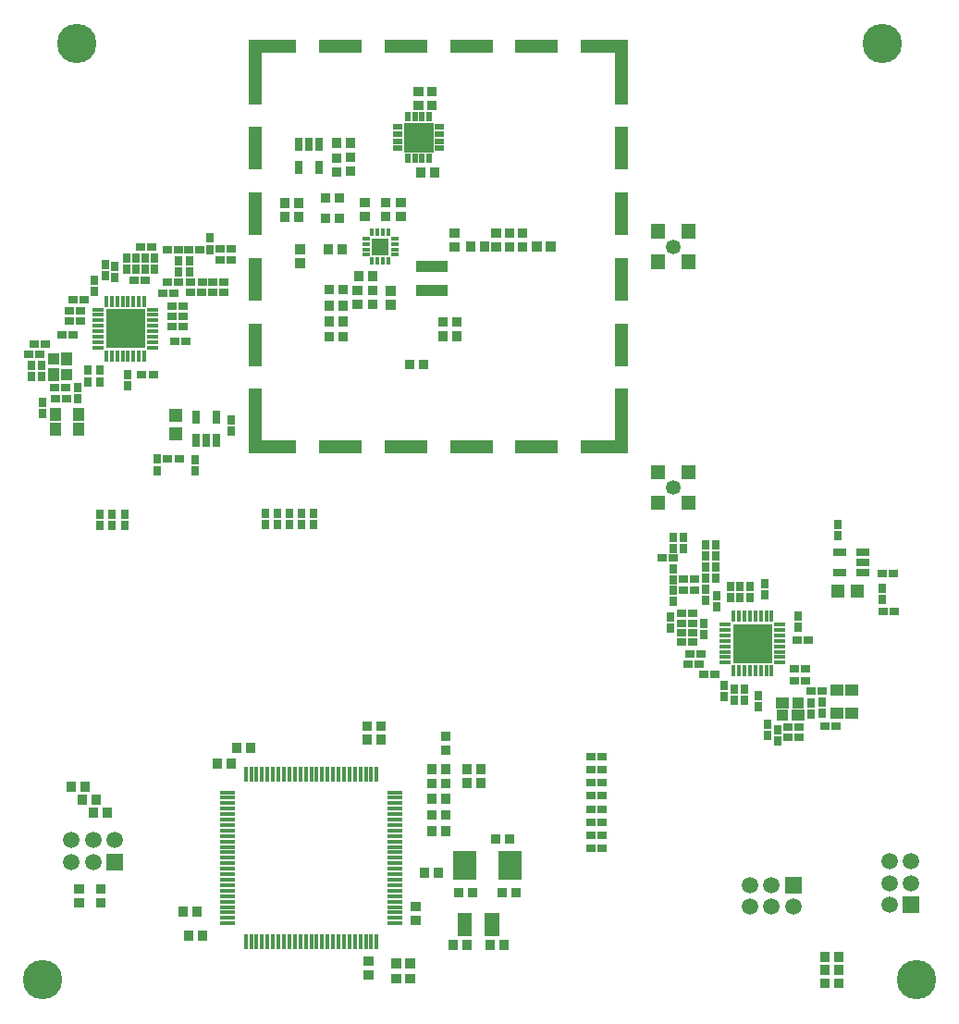
<source format=gbr>
G04 #@! TF.FileFunction,Soldermask,Top*
%FSLAX46Y46*%
G04 Gerber Fmt 4.6, Leading zero omitted, Abs format (unit mm)*
G04 Created by KiCad (PCBNEW 4.0.7) date Friday, March 09, 2018 'PMt' 08:43:15 PM*
%MOMM*%
%LPD*%
G01*
G04 APERTURE LIST*
%ADD10C,0.100000*%
%ADD11C,3.600000*%
%ADD12R,1.500000X1.500000*%
%ADD13C,1.500000*%
%ADD14R,1.300000X1.300000*%
%ADD15R,0.500000X0.920000*%
%ADD16R,0.920000X0.500000*%
%ADD17R,2.700000X2.700000*%
%ADD18R,1.400480X0.399720*%
%ADD19R,0.399720X1.400480*%
%ADD20R,1.200000X5.920000*%
%ADD21R,1.200000X4.000000*%
%ADD22R,4.000000X1.200000*%
%ADD23R,4.340000X1.200000*%
%ADD24C,1.350000*%
%ADD25R,1.087120X0.985520*%
%ADD26R,1.149960X1.048360*%
%ADD27R,0.985520X1.087120*%
%ADD28R,1.048360X1.149960*%
%ADD29R,0.420000X0.990000*%
%ADD30R,0.990000X0.420000*%
%ADD31C,0.740000*%
%ADD32R,3.650000X3.650000*%
%ADD33R,0.740000X0.380000*%
%ADD34O,0.740000X0.380000*%
%ADD35O,0.380000X0.740000*%
%ADD36R,0.380000X0.740000*%
%ADD37R,1.600000X1.600000*%
%ADD38R,0.790000X0.810000*%
%ADD39R,0.810000X0.790000*%
%ADD40R,1.000000X1.200000*%
%ADD41R,1.200000X1.000000*%
%ADD42R,1.200760X0.799440*%
%ADD43R,0.799440X1.200760*%
%ADD44R,2.900000X1.000000*%
G04 APERTURE END LIST*
D10*
D11*
X185600000Y-58000000D03*
X188750000Y-143700000D03*
X108750000Y-143700000D03*
D12*
X177500000Y-135000000D03*
D13*
X177500000Y-137000000D03*
X175500000Y-135000000D03*
X175500000Y-137000000D03*
X173500000Y-135000000D03*
X173500000Y-137000000D03*
D14*
X120972380Y-92015664D03*
X120972380Y-93745664D03*
D12*
X115400000Y-132900000D03*
D13*
X115400000Y-130900000D03*
X113400000Y-132900000D03*
X113400000Y-130900000D03*
X111400000Y-132900000D03*
X111400000Y-130900000D03*
D12*
X188277620Y-136834336D03*
D13*
X186277620Y-136834336D03*
X188277620Y-134834336D03*
X186277620Y-134834336D03*
X188277620Y-132834336D03*
X186277620Y-132834336D03*
D15*
X144150000Y-64700000D03*
X143500000Y-64700000D03*
X142850000Y-64700000D03*
X142200000Y-64700000D03*
D16*
X141275000Y-65625000D03*
X141275000Y-66275000D03*
X141275000Y-66925000D03*
X141275000Y-67575000D03*
D15*
X142200000Y-68500000D03*
X142850000Y-68500000D03*
X143500000Y-68500000D03*
X144150000Y-68500000D03*
D16*
X145075000Y-67575000D03*
X145075000Y-66925000D03*
X145075000Y-66275000D03*
X145075000Y-65625000D03*
D17*
X143175000Y-66600000D03*
D18*
X141026760Y-137026760D03*
X141026760Y-136526380D03*
X141026760Y-136026000D03*
X141026760Y-135525620D03*
X141026760Y-135025240D03*
X141026760Y-138525360D03*
X141026760Y-138024980D03*
X141026760Y-137527140D03*
X141026760Y-130526900D03*
X141026760Y-130026520D03*
X141026760Y-129526140D03*
X141026760Y-129025760D03*
X141026760Y-128525380D03*
X141026760Y-128025000D03*
X141026760Y-127524620D03*
X141026760Y-127026780D03*
D19*
X135850240Y-124850000D03*
X135349860Y-124850000D03*
X134852020Y-124850000D03*
X134351640Y-124850000D03*
X133851260Y-124850000D03*
X133350880Y-124850000D03*
X132850500Y-124850000D03*
X132350120Y-124850000D03*
X127851780Y-124850000D03*
X127351400Y-124850000D03*
D18*
X125675000Y-126526400D03*
X125675000Y-127026780D03*
X125675000Y-127524620D03*
X125675000Y-128025000D03*
X125675000Y-128525380D03*
X125675000Y-129025760D03*
X141026760Y-134524860D03*
X141026760Y-134027020D03*
X141026760Y-133526640D03*
X141026760Y-126526400D03*
D19*
X139350360Y-124850000D03*
X138849980Y-124850000D03*
X131849740Y-124850000D03*
X131351900Y-124850000D03*
X130851520Y-124850000D03*
D18*
X125675000Y-129526140D03*
X125675000Y-130026520D03*
X125675000Y-130526900D03*
X141026760Y-133026260D03*
X141026760Y-132525880D03*
X141026760Y-132025500D03*
X141026760Y-131525120D03*
X141026760Y-131024740D03*
D19*
X138352140Y-124850000D03*
X137851760Y-124850000D03*
X137351380Y-124850000D03*
X136851000Y-124850000D03*
X136350620Y-124850000D03*
X130351140Y-124850000D03*
X129850760Y-124850000D03*
X129350380Y-124850000D03*
X128850000Y-124850000D03*
X128349620Y-124850000D03*
D18*
X125675000Y-131024740D03*
X125675000Y-131525120D03*
X125675000Y-132025500D03*
X125675000Y-132525880D03*
X125675000Y-133026260D03*
X125675000Y-133526640D03*
X125675000Y-134027020D03*
X125675000Y-134524860D03*
X125675000Y-135025240D03*
X125675000Y-135525620D03*
X125675000Y-136026000D03*
X125675000Y-136526380D03*
X125675000Y-137026760D03*
X125675000Y-137527140D03*
X125675000Y-138024980D03*
X125675000Y-138525360D03*
D19*
X127351400Y-140201760D03*
X127851780Y-140201760D03*
X128349620Y-140201760D03*
X128850000Y-140201760D03*
X129350380Y-140201760D03*
X129850760Y-140201760D03*
X130351140Y-140201760D03*
X130851520Y-140201760D03*
X131351900Y-140201760D03*
X131849740Y-140201760D03*
X132350120Y-140201760D03*
X132850500Y-140201760D03*
X133350880Y-140201760D03*
X133851260Y-140201760D03*
X134351640Y-140201760D03*
X134852020Y-140201760D03*
X135349860Y-140201760D03*
X135850240Y-140201760D03*
X136350620Y-140201760D03*
X136851000Y-140201760D03*
X137351380Y-140201760D03*
X137851760Y-140201760D03*
X138352140Y-140201760D03*
X138849980Y-140201760D03*
X139350360Y-140201760D03*
D11*
X111900000Y-58000000D03*
D20*
X128260000Y-92540000D03*
D21*
X128260000Y-85590000D03*
X128260000Y-79580000D03*
X128260000Y-73590000D03*
X128260000Y-67590000D03*
X161740000Y-85590000D03*
X161740000Y-79580000D03*
X161740000Y-73590000D03*
X161740000Y-67590000D03*
D20*
X161740000Y-92540000D03*
X161740000Y-60625000D03*
X128260000Y-60625000D03*
D22*
X136000000Y-94900000D03*
X142000000Y-94900000D03*
X148000000Y-94900000D03*
X154000000Y-94900000D03*
X136000000Y-58270000D03*
X142000000Y-58270000D03*
X148000000Y-58270000D03*
X154000000Y-58270000D03*
D23*
X129830000Y-58265000D03*
X160170000Y-58265000D03*
X129830000Y-94900000D03*
X160170000Y-94900000D03*
D24*
X166494769Y-98620741D03*
D10*
G36*
X167244769Y-100670741D02*
X167244769Y-99370741D01*
X168544769Y-99370741D01*
X168544769Y-100670741D01*
X167244769Y-100670741D01*
X167244769Y-100670741D01*
G37*
G36*
X164444769Y-100670741D02*
X164444769Y-99370741D01*
X165744769Y-99370741D01*
X165744769Y-100670741D01*
X164444769Y-100670741D01*
X164444769Y-100670741D01*
G37*
G36*
X164444769Y-97870741D02*
X164444769Y-96570741D01*
X165744769Y-96570741D01*
X165744769Y-97870741D01*
X164444769Y-97870741D01*
X164444769Y-97870741D01*
G37*
G36*
X167244769Y-97870741D02*
X167244769Y-96570741D01*
X168544769Y-96570741D01*
X168544769Y-97870741D01*
X167244769Y-97870741D01*
X167244769Y-97870741D01*
G37*
D24*
X166500000Y-76580000D03*
D10*
G36*
X167250000Y-78630000D02*
X167250000Y-77330000D01*
X168550000Y-77330000D01*
X168550000Y-78630000D01*
X167250000Y-78630000D01*
X167250000Y-78630000D01*
G37*
G36*
X164450000Y-78630000D02*
X164450000Y-77330000D01*
X165750000Y-77330000D01*
X165750000Y-78630000D01*
X164450000Y-78630000D01*
X164450000Y-78630000D01*
G37*
G36*
X164450000Y-75830000D02*
X164450000Y-74530000D01*
X165750000Y-74530000D01*
X165750000Y-75830000D01*
X164450000Y-75830000D01*
X164450000Y-75830000D01*
G37*
G36*
X167250000Y-75830000D02*
X167250000Y-74530000D01*
X168550000Y-74530000D01*
X168550000Y-75830000D01*
X167250000Y-75830000D01*
X167250000Y-75830000D01*
G37*
D25*
X177943592Y-118334488D03*
X176495792Y-119477488D03*
D26*
X176495792Y-118334488D03*
X177943592Y-119477488D03*
D27*
X110915380Y-88315664D03*
X109772380Y-86867864D03*
D28*
X110915380Y-86867864D03*
X109772380Y-88315664D03*
D29*
X114584760Y-86581328D03*
X115084760Y-86581328D03*
X115584760Y-86581328D03*
X116084760Y-86581328D03*
X116584760Y-86581328D03*
X117084760Y-86581328D03*
X117584760Y-86581328D03*
X118084760Y-86581328D03*
D30*
X118834760Y-85831328D03*
X118834760Y-85331328D03*
X118834760Y-84831328D03*
X118834760Y-84331328D03*
X118834760Y-83831328D03*
X118834760Y-83331328D03*
X118834760Y-82831328D03*
X118834760Y-82331328D03*
D29*
X118084760Y-81581328D03*
X117584760Y-81581328D03*
X117084760Y-81581328D03*
X116584760Y-81581328D03*
X116084760Y-81581328D03*
X115584760Y-81581328D03*
X115084760Y-81581328D03*
X114584760Y-81581328D03*
D30*
X113834760Y-82331328D03*
X113834760Y-82831328D03*
X113834760Y-83331328D03*
X113834760Y-83831328D03*
X113834760Y-84331328D03*
X113834760Y-84831328D03*
X113834760Y-85331328D03*
X113834760Y-85831328D03*
D31*
X115234760Y-85181328D03*
X116334760Y-85181328D03*
X117434760Y-85181328D03*
X115234760Y-84081328D03*
X116334760Y-84081328D03*
X117434760Y-84081328D03*
X115234760Y-82981328D03*
X116334760Y-82981328D03*
X117434760Y-82981328D03*
D32*
X116334760Y-84081328D03*
D30*
X176259692Y-114655988D03*
X176259692Y-114155988D03*
X176259692Y-113655988D03*
X176259692Y-113155988D03*
X176259692Y-112655988D03*
X176259692Y-112155988D03*
X176259692Y-111655988D03*
X176259692Y-111155988D03*
D29*
X175509692Y-110405988D03*
X175009692Y-110405988D03*
X174509692Y-110405988D03*
X174009692Y-110405988D03*
X173509692Y-110405988D03*
X173009692Y-110405988D03*
X172509692Y-110405988D03*
X172009692Y-110405988D03*
D30*
X171259692Y-111155988D03*
X171259692Y-111655988D03*
X171259692Y-112155988D03*
X171259692Y-112655988D03*
X171259692Y-113155988D03*
X171259692Y-113655988D03*
X171259692Y-114155988D03*
X171259692Y-114655988D03*
D29*
X172009692Y-115405988D03*
X172509692Y-115405988D03*
X173009692Y-115405988D03*
X173509692Y-115405988D03*
X174009692Y-115405988D03*
X174509692Y-115405988D03*
X175009692Y-115405988D03*
X175509692Y-115405988D03*
D31*
X174859692Y-114005988D03*
X174859692Y-112905988D03*
X174859692Y-111805988D03*
X173759692Y-114005988D03*
X173759692Y-112905988D03*
X173759692Y-111805988D03*
X172659692Y-114005988D03*
X172659692Y-112905988D03*
X172659692Y-111805988D03*
D32*
X173759692Y-112905988D03*
D33*
X138372380Y-76331328D03*
D34*
X138372380Y-75831328D03*
D33*
X138372380Y-76831328D03*
D34*
X138372380Y-77331328D03*
D35*
X138922380Y-77881328D03*
D36*
X139422380Y-77881328D03*
X139922380Y-77881328D03*
D35*
X140422380Y-77881328D03*
D34*
X140972380Y-77331328D03*
D33*
X140972380Y-76831328D03*
X140972380Y-76331328D03*
D34*
X140972380Y-75831328D03*
D35*
X140422380Y-75281328D03*
D36*
X139922380Y-75281328D03*
X139422380Y-75281328D03*
D35*
X138922380Y-75281328D03*
D37*
X139672380Y-76581328D03*
D38*
X180134690Y-119260340D03*
X180134690Y-118240340D03*
D39*
X185639692Y-106505988D03*
X186659692Y-106505988D03*
X177559692Y-115255988D03*
X178579692Y-115255988D03*
X177874769Y-112610741D03*
X178894769Y-112610741D03*
D38*
X177909692Y-111425988D03*
X177909692Y-110405988D03*
X181534690Y-103060340D03*
X181534690Y-102040340D03*
D39*
X179114690Y-117280988D03*
X180134690Y-117280988D03*
D38*
X179109692Y-119375988D03*
X179109692Y-118355988D03*
D39*
X178049692Y-120575988D03*
X177029692Y-120575988D03*
D38*
X175109692Y-121335988D03*
X175109692Y-120315988D03*
D39*
X185684692Y-110005988D03*
X186704692Y-110005988D03*
X178049692Y-121485988D03*
X177029692Y-121485988D03*
D38*
X174859692Y-108425988D03*
X174859692Y-107405988D03*
X174259692Y-118705988D03*
X174259692Y-117685988D03*
X173484692Y-108680988D03*
X173484692Y-107660988D03*
X172999692Y-118075988D03*
X172999692Y-117055988D03*
D39*
X169309692Y-115755988D03*
X170329692Y-115755988D03*
D38*
X172089692Y-118075988D03*
X172089692Y-117055988D03*
X171709692Y-108680988D03*
X171709692Y-107660988D03*
X171184692Y-117775988D03*
X171184692Y-116755988D03*
D39*
X167819692Y-114795988D03*
X168839692Y-114795988D03*
X168039692Y-113855988D03*
X169059692Y-113855988D03*
D38*
X169459692Y-104875988D03*
X169459692Y-103855988D03*
X169434690Y-107920340D03*
X169434690Y-108940340D03*
X169459692Y-106930988D03*
X169459692Y-105910988D03*
X170384692Y-104905988D03*
X170384692Y-103885988D03*
D39*
X167414690Y-107040340D03*
X168434690Y-107040340D03*
X167284692Y-112805988D03*
X168304692Y-112805988D03*
X167284692Y-111055988D03*
X168304692Y-111055988D03*
D38*
X166459692Y-109055988D03*
X166459692Y-108035988D03*
D39*
X166484692Y-105055988D03*
X165464692Y-105055988D03*
D38*
X167459692Y-103180988D03*
X167459692Y-104200988D03*
D39*
X109972380Y-90481328D03*
X110992380Y-90481328D03*
D38*
X122747380Y-96045664D03*
X122747380Y-97065664D03*
X114022380Y-87915664D03*
X114022380Y-88935664D03*
X116584760Y-88281328D03*
X116584760Y-89301328D03*
D39*
X117852380Y-88315664D03*
X118872380Y-88315664D03*
D38*
X126000000Y-92480000D03*
X126000000Y-93500000D03*
X111972380Y-89515664D03*
X111972380Y-90535664D03*
D39*
X109872380Y-89515664D03*
X110892380Y-89515664D03*
D38*
X108672380Y-88435664D03*
X108672380Y-87415664D03*
D39*
X107984760Y-85481328D03*
X109004760Y-85481328D03*
D38*
X119247380Y-96040664D03*
X119247380Y-97060664D03*
X107722380Y-88435664D03*
X107722380Y-87415664D03*
D39*
X120872380Y-85215664D03*
X121892380Y-85215664D03*
X110552380Y-84615664D03*
X111572380Y-84615664D03*
X120584760Y-83881328D03*
X121604760Y-83881328D03*
X111172380Y-83365664D03*
X112192380Y-83365664D03*
D38*
X113472380Y-79681328D03*
X113472380Y-80701328D03*
D39*
X111202380Y-82465664D03*
X112222380Y-82465664D03*
X120572380Y-82065664D03*
X121592380Y-82065664D03*
X111584760Y-81481328D03*
X112604760Y-81481328D03*
D38*
X114472380Y-78195664D03*
X114472380Y-79215664D03*
X115372380Y-78415664D03*
X115372380Y-79435664D03*
D39*
X124342380Y-79855664D03*
X125362380Y-79855664D03*
X121212380Y-79815664D03*
X120192380Y-79815664D03*
X122342380Y-79815664D03*
X123362380Y-79815664D03*
X124342380Y-80745664D03*
X125362380Y-80745664D03*
D38*
X122232380Y-77855664D03*
X122232380Y-78875664D03*
X116452380Y-77635664D03*
X116452380Y-78655664D03*
X118172380Y-77635664D03*
X118172380Y-78655664D03*
D39*
X120142380Y-76835664D03*
X121162380Y-76835664D03*
D38*
X124062380Y-76825664D03*
X124062380Y-75805664D03*
D39*
X126012380Y-77765664D03*
X124992380Y-77765664D03*
D38*
X185634692Y-108905988D03*
X185634692Y-107885988D03*
X170434690Y-109560340D03*
X170434690Y-108540340D03*
X169279692Y-112065988D03*
X169279692Y-111045988D03*
D39*
X167414690Y-108040340D03*
X168434690Y-108040340D03*
X167289692Y-111955988D03*
X168309692Y-111955988D03*
X167284692Y-110155988D03*
X168304692Y-110155988D03*
D38*
X166484692Y-106055988D03*
X166484692Y-107075988D03*
X166234690Y-111460340D03*
X166234690Y-110440340D03*
X166484692Y-103180988D03*
X166484692Y-104200988D03*
D39*
X120222380Y-96015664D03*
X121242380Y-96015664D03*
X119782380Y-80825664D03*
X120802380Y-80825664D03*
X117172380Y-79655664D03*
X118192380Y-79655664D03*
D38*
X121184760Y-77861328D03*
X121184760Y-78881328D03*
X117302380Y-77635664D03*
X117302380Y-78655664D03*
X119032380Y-77645664D03*
X119032380Y-78665664D03*
D39*
X123142380Y-76835664D03*
X122122380Y-76835664D03*
X117752380Y-76635664D03*
X118772380Y-76635664D03*
X125992380Y-76815664D03*
X124972380Y-76815664D03*
X180389692Y-120505988D03*
X181409692Y-120505988D03*
D38*
X176089692Y-121815988D03*
X176089692Y-120795988D03*
D39*
X178579692Y-116305988D03*
X177559692Y-116305988D03*
D38*
X172609692Y-108680988D03*
X172609692Y-107660988D03*
X170409692Y-106930988D03*
X170409692Y-105910988D03*
X108772380Y-90795664D03*
X108772380Y-91815664D03*
D39*
X107452380Y-86465664D03*
X108472380Y-86465664D03*
D38*
X112872380Y-88935664D03*
X112872380Y-87915664D03*
D39*
X120584760Y-82981328D03*
X121604760Y-82981328D03*
X122322380Y-80775664D03*
X123342380Y-80775664D03*
X158919259Y-124454769D03*
X159939259Y-124454769D03*
X158919259Y-125654769D03*
X159939259Y-125654769D03*
X158919259Y-126854769D03*
X159939259Y-126854769D03*
X158919259Y-128054769D03*
X159939259Y-128054769D03*
X158919259Y-129254769D03*
X159939259Y-129254769D03*
X158919259Y-130454769D03*
X159939259Y-130454769D03*
X158919259Y-131654769D03*
X159939259Y-131654769D03*
D38*
X113972380Y-102125664D03*
X113972380Y-101105664D03*
X115117380Y-102125664D03*
X115117380Y-101105664D03*
X116262380Y-102125664D03*
X116262380Y-101105664D03*
X129162380Y-102000000D03*
X129162380Y-100980000D03*
X130252380Y-102000000D03*
X130252380Y-100980000D03*
X131342380Y-102000000D03*
X131342380Y-100980000D03*
X132432380Y-102000000D03*
X132432380Y-100980000D03*
X133522380Y-102000000D03*
X133522380Y-100980000D03*
D39*
X158919259Y-123254769D03*
X159939259Y-123254769D03*
D10*
G36*
X135257380Y-67545664D02*
X135257380Y-66645664D01*
X136107380Y-66645664D01*
X136107380Y-67545664D01*
X135257380Y-67545664D01*
X135257380Y-67545664D01*
G37*
G36*
X136527380Y-67545664D02*
X136527380Y-66645664D01*
X137377380Y-66645664D01*
X137377380Y-67545664D01*
X136527380Y-67545664D01*
X136527380Y-67545664D01*
G37*
G36*
X134259760Y-74431328D02*
X134259760Y-73531328D01*
X135109760Y-73531328D01*
X135109760Y-74431328D01*
X134259760Y-74431328D01*
X134259760Y-74431328D01*
G37*
G36*
X135529760Y-74431328D02*
X135529760Y-73531328D01*
X136379760Y-73531328D01*
X136379760Y-74431328D01*
X135529760Y-74431328D01*
X135529760Y-74431328D01*
G37*
G36*
X131902380Y-76400664D02*
X132802380Y-76400664D01*
X132802380Y-77250664D01*
X131902380Y-77250664D01*
X131902380Y-76400664D01*
X131902380Y-76400664D01*
G37*
G36*
X131902380Y-77670664D02*
X132802380Y-77670664D01*
X132802380Y-78520664D01*
X131902380Y-78520664D01*
X131902380Y-77670664D01*
X131902380Y-77670664D01*
G37*
G36*
X134577380Y-80965664D02*
X134577380Y-80065664D01*
X135427380Y-80065664D01*
X135427380Y-80965664D01*
X134577380Y-80965664D01*
X134577380Y-80965664D01*
G37*
G36*
X135847380Y-80965664D02*
X135847380Y-80065664D01*
X136697380Y-80065664D01*
X136697380Y-80965664D01*
X135847380Y-80965664D01*
X135847380Y-80965664D01*
G37*
G36*
X143934760Y-61956328D02*
X144834760Y-61956328D01*
X144834760Y-62806328D01*
X143934760Y-62806328D01*
X143934760Y-61956328D01*
X143934760Y-61956328D01*
G37*
G36*
X143934760Y-63226328D02*
X144834760Y-63226328D01*
X144834760Y-64076328D01*
X143934760Y-64076328D01*
X143934760Y-63226328D01*
X143934760Y-63226328D01*
G37*
G36*
X142734760Y-61956328D02*
X143634760Y-61956328D01*
X143634760Y-62806328D01*
X142734760Y-62806328D01*
X142734760Y-61956328D01*
X142734760Y-61956328D01*
G37*
G36*
X142734760Y-63226328D02*
X143634760Y-63226328D01*
X143634760Y-64076328D01*
X142734760Y-64076328D01*
X142734760Y-63226328D01*
X142734760Y-63226328D01*
G37*
G36*
X179975000Y-143250000D02*
X179975000Y-142350000D01*
X180825000Y-142350000D01*
X180825000Y-143250000D01*
X179975000Y-143250000D01*
X179975000Y-143250000D01*
G37*
G36*
X181245000Y-143250000D02*
X181245000Y-142350000D01*
X182095000Y-142350000D01*
X182095000Y-143250000D01*
X181245000Y-143250000D01*
X181245000Y-143250000D01*
G37*
G36*
X182095000Y-141150000D02*
X182095000Y-142050000D01*
X181245000Y-142050000D01*
X181245000Y-141150000D01*
X182095000Y-141150000D01*
X182095000Y-141150000D01*
G37*
G36*
X180825000Y-141150000D02*
X180825000Y-142050000D01*
X179975000Y-142050000D01*
X179975000Y-141150000D01*
X180825000Y-141150000D01*
X180825000Y-141150000D01*
G37*
G36*
X182095000Y-143550000D02*
X182095000Y-144450000D01*
X181245000Y-144450000D01*
X181245000Y-143550000D01*
X182095000Y-143550000D01*
X182095000Y-143550000D01*
G37*
G36*
X180825000Y-143550000D02*
X180825000Y-144450000D01*
X179975000Y-144450000D01*
X179975000Y-143550000D01*
X180825000Y-143550000D01*
X180825000Y-143550000D01*
G37*
G36*
X113095000Y-125550000D02*
X113095000Y-126450000D01*
X112245000Y-126450000D01*
X112245000Y-125550000D01*
X113095000Y-125550000D01*
X113095000Y-125550000D01*
G37*
G36*
X111825000Y-125550000D02*
X111825000Y-126450000D01*
X110975000Y-126450000D01*
X110975000Y-125550000D01*
X111825000Y-125550000D01*
X111825000Y-125550000D01*
G37*
G36*
X115095000Y-127950000D02*
X115095000Y-128850000D01*
X114245000Y-128850000D01*
X114245000Y-127950000D01*
X115095000Y-127950000D01*
X115095000Y-127950000D01*
G37*
G36*
X113825000Y-127950000D02*
X113825000Y-128850000D01*
X112975000Y-128850000D01*
X112975000Y-127950000D01*
X113825000Y-127950000D01*
X113825000Y-127950000D01*
G37*
G36*
X114550000Y-137095000D02*
X113650000Y-137095000D01*
X113650000Y-136245000D01*
X114550000Y-136245000D01*
X114550000Y-137095000D01*
X114550000Y-137095000D01*
G37*
G36*
X114550000Y-135825000D02*
X113650000Y-135825000D01*
X113650000Y-134975000D01*
X114550000Y-134975000D01*
X114550000Y-135825000D01*
X114550000Y-135825000D01*
G37*
G36*
X111975000Y-127650000D02*
X111975000Y-126750000D01*
X112825000Y-126750000D01*
X112825000Y-127650000D01*
X111975000Y-127650000D01*
X111975000Y-127650000D01*
G37*
G36*
X113245000Y-127650000D02*
X113245000Y-126750000D01*
X114095000Y-126750000D01*
X114095000Y-127650000D01*
X113245000Y-127650000D01*
X113245000Y-127650000D01*
G37*
G36*
X111650000Y-134975000D02*
X112550000Y-134975000D01*
X112550000Y-135825000D01*
X111650000Y-135825000D01*
X111650000Y-134975000D01*
X111650000Y-134975000D01*
G37*
G36*
X111650000Y-136245000D02*
X112550000Y-136245000D01*
X112550000Y-137095000D01*
X111650000Y-137095000D01*
X111650000Y-136245000D01*
X111650000Y-136245000D01*
G37*
G36*
X138170000Y-141585000D02*
X139070000Y-141585000D01*
X139070000Y-142435000D01*
X138170000Y-142435000D01*
X138170000Y-141585000D01*
X138170000Y-141585000D01*
G37*
G36*
X138170000Y-142855000D02*
X139070000Y-142855000D01*
X139070000Y-143705000D01*
X138170000Y-143705000D01*
X138170000Y-142855000D01*
X138170000Y-142855000D01*
G37*
G36*
X143975000Y-124850000D02*
X143975000Y-123950000D01*
X144825000Y-123950000D01*
X144825000Y-124850000D01*
X143975000Y-124850000D01*
X143975000Y-124850000D01*
G37*
G36*
X145245000Y-124850000D02*
X145245000Y-123950000D01*
X146095000Y-123950000D01*
X146095000Y-124850000D01*
X145245000Y-124850000D01*
X145245000Y-124850000D01*
G37*
G36*
X149805000Y-131253015D02*
X149805000Y-130353015D01*
X150655000Y-130353015D01*
X150655000Y-131253015D01*
X149805000Y-131253015D01*
X149805000Y-131253015D01*
G37*
G36*
X151075000Y-131253015D02*
X151075000Y-130353015D01*
X151925000Y-130353015D01*
X151925000Y-131253015D01*
X151075000Y-131253015D01*
X151075000Y-131253015D01*
G37*
G36*
X143975000Y-130550000D02*
X143975000Y-129650000D01*
X144825000Y-129650000D01*
X144825000Y-130550000D01*
X143975000Y-130550000D01*
X143975000Y-130550000D01*
G37*
G36*
X145245000Y-130550000D02*
X145245000Y-129650000D01*
X146095000Y-129650000D01*
X146095000Y-130550000D01*
X145245000Y-130550000D01*
X145245000Y-130550000D01*
G37*
G36*
X149609760Y-76131328D02*
X149609760Y-77031328D01*
X148759760Y-77031328D01*
X148759760Y-76131328D01*
X149609760Y-76131328D01*
X149609760Y-76131328D01*
G37*
G36*
X148339760Y-76131328D02*
X148339760Y-77031328D01*
X147489760Y-77031328D01*
X147489760Y-76131328D01*
X148339760Y-76131328D01*
X148339760Y-76131328D01*
G37*
G36*
X139377380Y-78855664D02*
X139377380Y-79755664D01*
X138527380Y-79755664D01*
X138527380Y-78855664D01*
X139377380Y-78855664D01*
X139377380Y-78855664D01*
G37*
G36*
X138107380Y-78855664D02*
X138107380Y-79755664D01*
X137257380Y-79755664D01*
X137257380Y-78855664D01*
X138107380Y-78855664D01*
X138107380Y-78855664D01*
G37*
G36*
X146130000Y-123135000D02*
X145230000Y-123135000D01*
X145230000Y-122285000D01*
X146130000Y-122285000D01*
X146130000Y-123135000D01*
X146130000Y-123135000D01*
G37*
G36*
X146130000Y-121865000D02*
X145230000Y-121865000D01*
X145230000Y-121015000D01*
X146130000Y-121015000D01*
X146130000Y-121865000D01*
X146130000Y-121865000D01*
G37*
G36*
X155705000Y-76131328D02*
X155705000Y-77031328D01*
X154855000Y-77031328D01*
X154855000Y-76131328D01*
X155705000Y-76131328D01*
X155705000Y-76131328D01*
G37*
G36*
X154435000Y-76131328D02*
X154435000Y-77031328D01*
X153585000Y-77031328D01*
X153585000Y-76131328D01*
X154435000Y-76131328D01*
X154435000Y-76131328D01*
G37*
G36*
X153150000Y-77005000D02*
X152250000Y-77005000D01*
X152250000Y-76155000D01*
X153150000Y-76155000D01*
X153150000Y-77005000D01*
X153150000Y-77005000D01*
G37*
G36*
X153150000Y-75735000D02*
X152250000Y-75735000D01*
X152250000Y-74885000D01*
X153150000Y-74885000D01*
X153150000Y-75735000D01*
X153150000Y-75735000D01*
G37*
G36*
X150750000Y-77006328D02*
X149850000Y-77006328D01*
X149850000Y-76156328D01*
X150750000Y-76156328D01*
X150750000Y-77006328D01*
X150750000Y-77006328D01*
G37*
G36*
X150750000Y-75736328D02*
X149850000Y-75736328D01*
X149850000Y-74886328D01*
X150750000Y-74886328D01*
X150750000Y-75736328D01*
X150750000Y-75736328D01*
G37*
G36*
X151050000Y-74886328D02*
X151950000Y-74886328D01*
X151950000Y-75736328D01*
X151050000Y-75736328D01*
X151050000Y-74886328D01*
X151050000Y-74886328D01*
G37*
G36*
X151050000Y-76156328D02*
X151950000Y-76156328D01*
X151950000Y-77006328D01*
X151050000Y-77006328D01*
X151050000Y-76156328D01*
X151050000Y-76156328D01*
G37*
G36*
X146034760Y-74885000D02*
X146934760Y-74885000D01*
X146934760Y-75735000D01*
X146034760Y-75735000D01*
X146034760Y-74885000D01*
X146034760Y-74885000D01*
G37*
G36*
X146034760Y-76155000D02*
X146934760Y-76155000D01*
X146934760Y-77005000D01*
X146034760Y-77005000D01*
X146034760Y-76155000D01*
X146034760Y-76155000D01*
G37*
G36*
X141907380Y-87815664D02*
X141907380Y-86915664D01*
X142757380Y-86915664D01*
X142757380Y-87815664D01*
X141907380Y-87815664D01*
X141907380Y-87815664D01*
G37*
G36*
X143177380Y-87815664D02*
X143177380Y-86915664D01*
X144027380Y-86915664D01*
X144027380Y-87815664D01*
X143177380Y-87815664D01*
X143177380Y-87815664D01*
G37*
G36*
X144959760Y-85231328D02*
X144959760Y-84331328D01*
X145809760Y-84331328D01*
X145809760Y-85231328D01*
X144959760Y-85231328D01*
X144959760Y-85231328D01*
G37*
G36*
X146229760Y-85231328D02*
X146229760Y-84331328D01*
X147079760Y-84331328D01*
X147079760Y-85231328D01*
X146229760Y-85231328D01*
X146229760Y-85231328D01*
G37*
G36*
X144959760Y-83931328D02*
X144959760Y-83031328D01*
X145809760Y-83031328D01*
X145809760Y-83931328D01*
X144959760Y-83931328D01*
X144959760Y-83931328D01*
G37*
G36*
X146229760Y-83931328D02*
X146229760Y-83031328D01*
X147079760Y-83031328D01*
X147079760Y-83931328D01*
X146229760Y-83931328D01*
X146229760Y-83931328D01*
G37*
G36*
X142034760Y-74206328D02*
X141134760Y-74206328D01*
X141134760Y-73356328D01*
X142034760Y-73356328D01*
X142034760Y-74206328D01*
X142034760Y-74206328D01*
G37*
G36*
X142034760Y-72936328D02*
X141134760Y-72936328D01*
X141134760Y-72086328D01*
X142034760Y-72086328D01*
X142034760Y-72936328D01*
X142034760Y-72936328D01*
G37*
G36*
X140622380Y-74206328D02*
X139722380Y-74206328D01*
X139722380Y-73356328D01*
X140622380Y-73356328D01*
X140622380Y-74206328D01*
X140622380Y-74206328D01*
G37*
G36*
X140622380Y-72936328D02*
X139722380Y-72936328D01*
X139722380Y-72086328D01*
X140622380Y-72086328D01*
X140622380Y-72936328D01*
X140622380Y-72936328D01*
G37*
G36*
X140202380Y-80210664D02*
X141102380Y-80210664D01*
X141102380Y-81060664D01*
X140202380Y-81060664D01*
X140202380Y-80210664D01*
X140202380Y-80210664D01*
G37*
G36*
X140202380Y-81480664D02*
X141102380Y-81480664D01*
X141102380Y-82330664D01*
X140202380Y-82330664D01*
X140202380Y-81480664D01*
X140202380Y-81480664D01*
G37*
G36*
X136500000Y-68015000D02*
X137400000Y-68015000D01*
X137400000Y-68865000D01*
X136500000Y-68865000D01*
X136500000Y-68015000D01*
X136500000Y-68015000D01*
G37*
G36*
X136500000Y-69285000D02*
X137400000Y-69285000D01*
X137400000Y-70135000D01*
X136500000Y-70135000D01*
X136500000Y-69285000D01*
X136500000Y-69285000D01*
G37*
G36*
X138722380Y-74206328D02*
X137822380Y-74206328D01*
X137822380Y-73356328D01*
X138722380Y-73356328D01*
X138722380Y-74206328D01*
X138722380Y-74206328D01*
G37*
G36*
X138722380Y-72936328D02*
X137822380Y-72936328D01*
X137822380Y-72086328D01*
X138722380Y-72086328D01*
X138722380Y-72936328D01*
X138722380Y-72936328D01*
G37*
G36*
X138522380Y-80190664D02*
X139422380Y-80190664D01*
X139422380Y-81040664D01*
X138522380Y-81040664D01*
X138522380Y-80190664D01*
X138522380Y-80190664D01*
G37*
G36*
X138522380Y-81460664D02*
X139422380Y-81460664D01*
X139422380Y-82310664D01*
X138522380Y-82310664D01*
X138522380Y-81460664D01*
X138522380Y-81460664D01*
G37*
G36*
X136134760Y-70140664D02*
X135234760Y-70140664D01*
X135234760Y-69290664D01*
X136134760Y-69290664D01*
X136134760Y-70140664D01*
X136134760Y-70140664D01*
G37*
G36*
X136134760Y-68870664D02*
X135234760Y-68870664D01*
X135234760Y-68020664D01*
X136134760Y-68020664D01*
X136134760Y-68870664D01*
X136134760Y-68870664D01*
G37*
G36*
X136597380Y-76375664D02*
X136597380Y-77275664D01*
X135747380Y-77275664D01*
X135747380Y-76375664D01*
X136597380Y-76375664D01*
X136597380Y-76375664D01*
G37*
G36*
X135327380Y-76375664D02*
X135327380Y-77275664D01*
X134477380Y-77275664D01*
X134477380Y-76375664D01*
X135327380Y-76375664D01*
X135327380Y-76375664D01*
G37*
G36*
X137134760Y-80186328D02*
X138034760Y-80186328D01*
X138034760Y-81036328D01*
X137134760Y-81036328D01*
X137134760Y-80186328D01*
X137134760Y-80186328D01*
G37*
G36*
X137134760Y-81456328D02*
X138034760Y-81456328D01*
X138034760Y-82306328D01*
X137134760Y-82306328D01*
X137134760Y-81456328D01*
X137134760Y-81456328D01*
G37*
G36*
X134247380Y-72565664D02*
X134247380Y-71665664D01*
X135097380Y-71665664D01*
X135097380Y-72565664D01*
X134247380Y-72565664D01*
X134247380Y-72565664D01*
G37*
G36*
X135517380Y-72565664D02*
X135517380Y-71665664D01*
X136367380Y-71665664D01*
X136367380Y-72565664D01*
X135517380Y-72565664D01*
X135517380Y-72565664D01*
G37*
G36*
X132609760Y-72131328D02*
X132609760Y-73031328D01*
X131759760Y-73031328D01*
X131759760Y-72131328D01*
X132609760Y-72131328D01*
X132609760Y-72131328D01*
G37*
G36*
X131339760Y-72131328D02*
X131339760Y-73031328D01*
X130489760Y-73031328D01*
X130489760Y-72131328D01*
X131339760Y-72131328D01*
X131339760Y-72131328D01*
G37*
G36*
X134573044Y-82465664D02*
X134573044Y-81565664D01*
X135423044Y-81565664D01*
X135423044Y-82465664D01*
X134573044Y-82465664D01*
X134573044Y-82465664D01*
G37*
G36*
X135843044Y-82465664D02*
X135843044Y-81565664D01*
X136693044Y-81565664D01*
X136693044Y-82465664D01*
X135843044Y-82465664D01*
X135843044Y-82465664D01*
G37*
G36*
X132607380Y-73425664D02*
X132607380Y-74325664D01*
X131757380Y-74325664D01*
X131757380Y-73425664D01*
X132607380Y-73425664D01*
X132607380Y-73425664D01*
G37*
G36*
X131337380Y-73425664D02*
X131337380Y-74325664D01*
X130487380Y-74325664D01*
X130487380Y-73425664D01*
X131337380Y-73425664D01*
X131337380Y-73425664D01*
G37*
G36*
X134573044Y-83865664D02*
X134573044Y-82965664D01*
X135423044Y-82965664D01*
X135423044Y-83865664D01*
X134573044Y-83865664D01*
X134573044Y-83865664D01*
G37*
G36*
X135843044Y-83865664D02*
X135843044Y-82965664D01*
X136693044Y-82965664D01*
X136693044Y-83865664D01*
X135843044Y-83865664D01*
X135843044Y-83865664D01*
G37*
G36*
X134573044Y-85265664D02*
X134573044Y-84365664D01*
X135423044Y-84365664D01*
X135423044Y-85265664D01*
X134573044Y-85265664D01*
X134573044Y-85265664D01*
G37*
G36*
X135843044Y-85265664D02*
X135843044Y-84365664D01*
X136693044Y-84365664D01*
X136693044Y-85265664D01*
X135843044Y-85265664D01*
X135843044Y-85265664D01*
G37*
G36*
X145109760Y-69331328D02*
X145109760Y-70231328D01*
X144259760Y-70231328D01*
X144259760Y-69331328D01*
X145109760Y-69331328D01*
X145109760Y-69331328D01*
G37*
G36*
X143839760Y-69331328D02*
X143839760Y-70231328D01*
X142989760Y-70231328D01*
X142989760Y-69331328D01*
X143839760Y-69331328D01*
X143839760Y-69331328D01*
G37*
G36*
X149275000Y-140950000D02*
X149275000Y-140050000D01*
X150125000Y-140050000D01*
X150125000Y-140950000D01*
X149275000Y-140950000D01*
X149275000Y-140950000D01*
G37*
G36*
X150545000Y-140950000D02*
X150545000Y-140050000D01*
X151395000Y-140050000D01*
X151395000Y-140950000D01*
X150545000Y-140950000D01*
X150545000Y-140950000D01*
G37*
G36*
X148025000Y-140050000D02*
X148025000Y-140950000D01*
X147175000Y-140950000D01*
X147175000Y-140050000D01*
X148025000Y-140050000D01*
X148025000Y-140050000D01*
G37*
G36*
X146755000Y-140050000D02*
X146755000Y-140950000D01*
X145905000Y-140950000D01*
X145905000Y-140050000D01*
X146755000Y-140050000D01*
X146755000Y-140050000D01*
G37*
G36*
X142450000Y-136575000D02*
X143350000Y-136575000D01*
X143350000Y-137425000D01*
X142450000Y-137425000D01*
X142450000Y-136575000D01*
X142450000Y-136575000D01*
G37*
G36*
X142450000Y-137845000D02*
X143350000Y-137845000D01*
X143350000Y-138695000D01*
X142450000Y-138695000D01*
X142450000Y-137845000D01*
X142450000Y-137845000D01*
G37*
G36*
X140715000Y-142640000D02*
X140715000Y-141740000D01*
X141565000Y-141740000D01*
X141565000Y-142640000D01*
X140715000Y-142640000D01*
X140715000Y-142640000D01*
G37*
G36*
X141985000Y-142640000D02*
X141985000Y-141740000D01*
X142835000Y-141740000D01*
X142835000Y-142640000D01*
X141985000Y-142640000D01*
X141985000Y-142640000D01*
G37*
G36*
X123825000Y-139200000D02*
X123825000Y-140100000D01*
X122975000Y-140100000D01*
X122975000Y-139200000D01*
X123825000Y-139200000D01*
X123825000Y-139200000D01*
G37*
G36*
X122555000Y-139200000D02*
X122555000Y-140100000D01*
X121705000Y-140100000D01*
X121705000Y-139200000D01*
X122555000Y-139200000D01*
X122555000Y-139200000D01*
G37*
G36*
X126425000Y-123450000D02*
X126425000Y-124350000D01*
X125575000Y-124350000D01*
X125575000Y-123450000D01*
X126425000Y-123450000D01*
X126425000Y-123450000D01*
G37*
G36*
X125155000Y-123450000D02*
X125155000Y-124350000D01*
X124305000Y-124350000D01*
X124305000Y-123450000D01*
X125155000Y-123450000D01*
X125155000Y-123450000D01*
G37*
G36*
X138025000Y-122170000D02*
X138025000Y-121270000D01*
X138875000Y-121270000D01*
X138875000Y-122170000D01*
X138025000Y-122170000D01*
X138025000Y-122170000D01*
G37*
G36*
X139295000Y-122170000D02*
X139295000Y-121270000D01*
X140145000Y-121270000D01*
X140145000Y-122170000D01*
X139295000Y-122170000D01*
X139295000Y-122170000D01*
G37*
G36*
X138025000Y-120920000D02*
X138025000Y-120020000D01*
X138875000Y-120020000D01*
X138875000Y-120920000D01*
X138025000Y-120920000D01*
X138025000Y-120920000D01*
G37*
G36*
X139295000Y-120920000D02*
X139295000Y-120020000D01*
X140145000Y-120020000D01*
X140145000Y-120920000D01*
X139295000Y-120920000D01*
X139295000Y-120920000D01*
G37*
G36*
X143275000Y-134350000D02*
X143275000Y-133450000D01*
X144125000Y-133450000D01*
X144125000Y-134350000D01*
X143275000Y-134350000D01*
X143275000Y-134350000D01*
G37*
G36*
X144545000Y-134350000D02*
X144545000Y-133450000D01*
X145395000Y-133450000D01*
X145395000Y-134350000D01*
X144545000Y-134350000D01*
X144545000Y-134350000D01*
G37*
G36*
X143975000Y-129050000D02*
X143975000Y-128150000D01*
X144825000Y-128150000D01*
X144825000Y-129050000D01*
X143975000Y-129050000D01*
X143975000Y-129050000D01*
G37*
G36*
X145245000Y-129050000D02*
X145245000Y-128150000D01*
X146095000Y-128150000D01*
X146095000Y-129050000D01*
X145245000Y-129050000D01*
X145245000Y-129050000D01*
G37*
G36*
X123337380Y-137015664D02*
X123337380Y-137915664D01*
X122487380Y-137915664D01*
X122487380Y-137015664D01*
X123337380Y-137015664D01*
X123337380Y-137015664D01*
G37*
G36*
X122067380Y-137015664D02*
X122067380Y-137915664D01*
X121217380Y-137915664D01*
X121217380Y-137015664D01*
X122067380Y-137015664D01*
X122067380Y-137015664D01*
G37*
G36*
X140715000Y-144040000D02*
X140715000Y-143140000D01*
X141565000Y-143140000D01*
X141565000Y-144040000D01*
X140715000Y-144040000D01*
X140715000Y-144040000D01*
G37*
G36*
X141985000Y-144040000D02*
X141985000Y-143140000D01*
X142835000Y-143140000D01*
X142835000Y-144040000D01*
X141985000Y-144040000D01*
X141985000Y-144040000D01*
G37*
G36*
X128245000Y-122000000D02*
X128245000Y-122900000D01*
X127395000Y-122900000D01*
X127395000Y-122000000D01*
X128245000Y-122000000D01*
X128245000Y-122000000D01*
G37*
G36*
X126975000Y-122000000D02*
X126975000Y-122900000D01*
X126125000Y-122900000D01*
X126125000Y-122000000D01*
X126975000Y-122000000D01*
X126975000Y-122000000D01*
G37*
G36*
X149345000Y-123940000D02*
X149345000Y-124840000D01*
X148495000Y-124840000D01*
X148495000Y-123940000D01*
X149345000Y-123940000D01*
X149345000Y-123940000D01*
G37*
G36*
X148075000Y-123940000D02*
X148075000Y-124840000D01*
X147225000Y-124840000D01*
X147225000Y-123940000D01*
X148075000Y-123940000D01*
X148075000Y-123940000D01*
G37*
G36*
X143975000Y-126160000D02*
X143975000Y-125260000D01*
X144825000Y-125260000D01*
X144825000Y-126160000D01*
X143975000Y-126160000D01*
X143975000Y-126160000D01*
G37*
G36*
X145245000Y-126160000D02*
X145245000Y-125260000D01*
X146095000Y-125260000D01*
X146095000Y-126160000D01*
X145245000Y-126160000D01*
X145245000Y-126160000D01*
G37*
G36*
X149345000Y-125240000D02*
X149345000Y-126140000D01*
X148495000Y-126140000D01*
X148495000Y-125240000D01*
X149345000Y-125240000D01*
X149345000Y-125240000D01*
G37*
G36*
X148075000Y-125240000D02*
X148075000Y-126140000D01*
X147225000Y-126140000D01*
X147225000Y-125240000D01*
X148075000Y-125240000D01*
X148075000Y-125240000D01*
G37*
G36*
X143975000Y-127550000D02*
X143975000Y-126650000D01*
X144825000Y-126650000D01*
X144825000Y-127550000D01*
X143975000Y-127550000D01*
X143975000Y-127550000D01*
G37*
G36*
X145245000Y-127550000D02*
X145245000Y-126650000D01*
X146095000Y-126650000D01*
X146095000Y-127550000D01*
X145245000Y-127550000D01*
X145245000Y-127550000D01*
G37*
G36*
X150375000Y-136150000D02*
X150375000Y-135250000D01*
X151225000Y-135250000D01*
X151225000Y-136150000D01*
X150375000Y-136150000D01*
X150375000Y-136150000D01*
G37*
G36*
X151645000Y-136150000D02*
X151645000Y-135250000D01*
X152495000Y-135250000D01*
X152495000Y-136150000D01*
X151645000Y-136150000D01*
X151645000Y-136150000D01*
G37*
G36*
X148537339Y-135250000D02*
X148537339Y-136150000D01*
X147687339Y-136150000D01*
X147687339Y-135250000D01*
X148537339Y-135250000D01*
X148537339Y-135250000D01*
G37*
G36*
X147267339Y-135250000D02*
X147267339Y-136150000D01*
X146417339Y-136150000D01*
X146417339Y-135250000D01*
X147267339Y-135250000D01*
X147267339Y-135250000D01*
G37*
G36*
X146362339Y-134503015D02*
X146362339Y-131903015D01*
X148462339Y-131903015D01*
X148462339Y-134503015D01*
X146362339Y-134503015D01*
X146362339Y-134503015D01*
G37*
G36*
X150472339Y-134503015D02*
X150472339Y-131903015D01*
X152572339Y-131903015D01*
X152572339Y-134503015D01*
X150472339Y-134503015D01*
X150472339Y-134503015D01*
G37*
G36*
X146750000Y-139650000D02*
X146750000Y-137550000D01*
X148050000Y-137550000D01*
X148050000Y-139650000D01*
X146750000Y-139650000D01*
X146750000Y-139650000D01*
G37*
G36*
X149264840Y-139650000D02*
X149264840Y-137550000D01*
X150564840Y-137550000D01*
X150564840Y-139650000D01*
X149264840Y-139650000D01*
X149264840Y-139650000D01*
G37*
D40*
X109972380Y-91915664D03*
X109972380Y-93315664D03*
X112072380Y-93315664D03*
X112072380Y-91915664D03*
D41*
X181450000Y-119250000D03*
X182850000Y-119250000D03*
X182850000Y-117150000D03*
X181450000Y-117150000D03*
D14*
X181600000Y-108150000D03*
X183330000Y-108150000D03*
D42*
X183863280Y-106455000D03*
X183863280Y-104550000D03*
X183863280Y-105502500D03*
X181750000Y-104550000D03*
X181750000Y-106455000D03*
D43*
X122772380Y-94306640D03*
X124677380Y-94306640D03*
X123724880Y-94306640D03*
X124677380Y-92193360D03*
X122772380Y-92193360D03*
X134084760Y-67254688D03*
X132179760Y-67254688D03*
X133132260Y-67254688D03*
X132179760Y-69367968D03*
X134084760Y-69367968D03*
D44*
X144400000Y-78400000D03*
X144400000Y-80600000D03*
M02*

</source>
